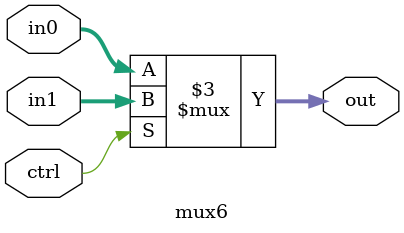
<source format=v>
module mux6 (

	input [5:0] in0,in1,
	input ctrl,
	
	output reg [5:0] out
);

always @(*) begin

	if(ctrl) begin
		out =in1;
	end else begin 
		out = in0;
	end
end

endmodule
</source>
